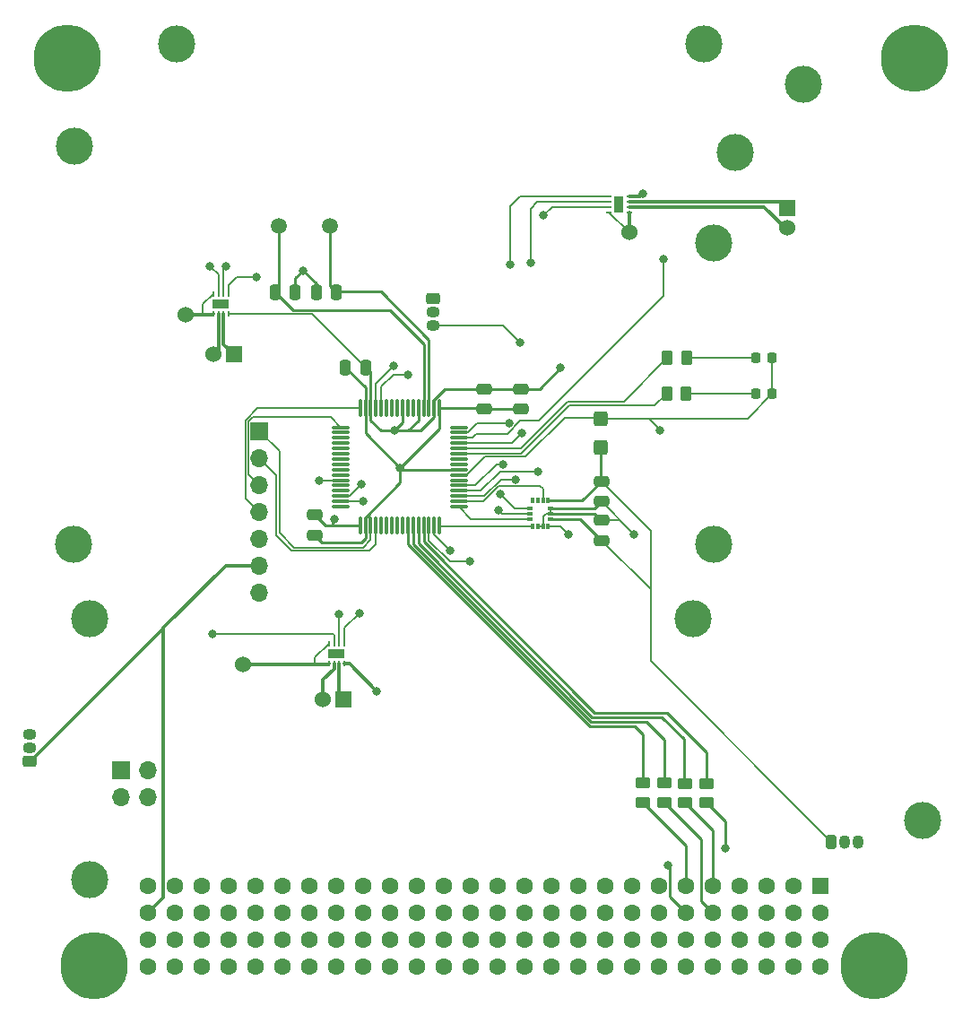
<source format=gbr>
%TF.GenerationSoftware,KiCad,Pcbnew,(6.0.1)*%
%TF.CreationDate,2022-03-12T11:24:15-03:00*%
%TF.ProjectId,magnetorquer_v2_2,6d61676e-6574-46f7-9271-7565725f7632,rev?*%
%TF.SameCoordinates,Original*%
%TF.FileFunction,Copper,L1,Top*%
%TF.FilePolarity,Positive*%
%FSLAX46Y46*%
G04 Gerber Fmt 4.6, Leading zero omitted, Abs format (unit mm)*
G04 Created by KiCad (PCBNEW (6.0.1)) date 2022-03-12 11:24:15*
%MOMM*%
%LPD*%
G01*
G04 APERTURE LIST*
G04 Aperture macros list*
%AMRoundRect*
0 Rectangle with rounded corners*
0 $1 Rounding radius*
0 $2 $3 $4 $5 $6 $7 $8 $9 X,Y pos of 4 corners*
0 Add a 4 corners polygon primitive as box body*
4,1,4,$2,$3,$4,$5,$6,$7,$8,$9,$2,$3,0*
0 Add four circle primitives for the rounded corners*
1,1,$1+$1,$2,$3*
1,1,$1+$1,$4,$5*
1,1,$1+$1,$6,$7*
1,1,$1+$1,$8,$9*
0 Add four rect primitives between the rounded corners*
20,1,$1+$1,$2,$3,$4,$5,0*
20,1,$1+$1,$4,$5,$6,$7,0*
20,1,$1+$1,$6,$7,$8,$9,0*
20,1,$1+$1,$8,$9,$2,$3,0*%
G04 Aperture macros list end*
%TA.AperFunction,SMDPad,CuDef*%
%ADD10R,0.280000X0.500000*%
%TD*%
%TA.AperFunction,SMDPad,CuDef*%
%ADD11R,1.600200X0.889000*%
%TD*%
%TA.AperFunction,SMDPad,CuDef*%
%ADD12RoundRect,0.250000X0.450000X-0.262500X0.450000X0.262500X-0.450000X0.262500X-0.450000X-0.262500X0*%
%TD*%
%TA.AperFunction,SMDPad,CuDef*%
%ADD13O,0.299999X1.799999*%
%TD*%
%TA.AperFunction,SMDPad,CuDef*%
%ADD14O,1.799999X0.299999*%
%TD*%
%TA.AperFunction,ComponentPad*%
%ADD15C,1.524000*%
%TD*%
%TA.AperFunction,ComponentPad*%
%ADD16R,1.524000X1.524000*%
%TD*%
%TA.AperFunction,SMDPad,CuDef*%
%ADD17RoundRect,0.250000X0.425000X-0.450000X0.425000X0.450000X-0.425000X0.450000X-0.425000X-0.450000X0*%
%TD*%
%TA.AperFunction,ComponentPad*%
%ADD18C,1.600000*%
%TD*%
%TA.AperFunction,ComponentPad*%
%ADD19R,1.600000X1.600000*%
%TD*%
%TA.AperFunction,ComponentPad*%
%ADD20C,6.350000*%
%TD*%
%TA.AperFunction,SMDPad,CuDef*%
%ADD21RoundRect,0.250000X-0.250000X-0.475000X0.250000X-0.475000X0.250000X0.475000X-0.250000X0.475000X0*%
%TD*%
%TA.AperFunction,SMDPad,CuDef*%
%ADD22RoundRect,0.250000X0.475000X-0.250000X0.475000X0.250000X-0.475000X0.250000X-0.475000X-0.250000X0*%
%TD*%
%TA.AperFunction,SMDPad,CuDef*%
%ADD23RoundRect,0.250000X-0.262500X-0.450000X0.262500X-0.450000X0.262500X0.450000X-0.262500X0.450000X0*%
%TD*%
%TA.AperFunction,ComponentPad*%
%ADD24C,1.500000*%
%TD*%
%TA.AperFunction,ComponentPad*%
%ADD25R,1.700000X1.700000*%
%TD*%
%TA.AperFunction,ComponentPad*%
%ADD26O,1.700000X1.700000*%
%TD*%
%TA.AperFunction,WasherPad*%
%ADD27C,3.500000*%
%TD*%
%TA.AperFunction,SMDPad,CuDef*%
%ADD28RoundRect,0.250000X0.250000X0.475000X-0.250000X0.475000X-0.250000X-0.475000X0.250000X-0.475000X0*%
%TD*%
%TA.AperFunction,SMDPad,CuDef*%
%ADD29RoundRect,0.218750X0.218750X0.256250X-0.218750X0.256250X-0.218750X-0.256250X0.218750X-0.256250X0*%
%TD*%
%TA.AperFunction,SMDPad,CuDef*%
%ADD30R,0.355600X0.558800*%
%TD*%
%TA.AperFunction,SMDPad,CuDef*%
%ADD31R,0.558800X0.355600*%
%TD*%
%TA.AperFunction,SMDPad,CuDef*%
%ADD32RoundRect,0.250000X-0.475000X0.250000X-0.475000X-0.250000X0.475000X-0.250000X0.475000X0.250000X0*%
%TD*%
%TA.AperFunction,SMDPad,CuDef*%
%ADD33R,0.500000X0.280000*%
%TD*%
%TA.AperFunction,SMDPad,CuDef*%
%ADD34R,0.889000X1.600200*%
%TD*%
%TA.AperFunction,ComponentPad*%
%ADD35RoundRect,0.249900X-0.275100X-0.400100X0.275100X-0.400100X0.275100X0.400100X-0.275100X0.400100X0*%
%TD*%
%TA.AperFunction,ComponentPad*%
%ADD36O,1.050000X1.300000*%
%TD*%
%TA.AperFunction,ComponentPad*%
%ADD37RoundRect,0.249900X0.400100X-0.275100X0.400100X0.275100X-0.400100X0.275100X-0.400100X-0.275100X0*%
%TD*%
%TA.AperFunction,ComponentPad*%
%ADD38O,1.300000X1.050000*%
%TD*%
%TA.AperFunction,ComponentPad*%
%ADD39RoundRect,0.249900X-0.400100X0.275100X-0.400100X-0.275100X0.400100X-0.275100X0.400100X0.275100X0*%
%TD*%
%TA.AperFunction,ViaPad*%
%ADD40C,0.800000*%
%TD*%
%TA.AperFunction,Conductor*%
%ADD41C,0.250000*%
%TD*%
%TA.AperFunction,Conductor*%
%ADD42C,0.127000*%
%TD*%
%TA.AperFunction,Conductor*%
%ADD43C,0.355600*%
%TD*%
G04 APERTURE END LIST*
D10*
%TO.P,U5,1,VM*%
%TO.N,DRV_VM*%
X122185999Y-119060001D03*
%TO.P,U5,2,OUT1*%
%TO.N,Net-(L2-Pad1)*%
X122686000Y-119060001D03*
%TO.P,U5,3,OUT2*%
%TO.N,Net-(L2-Pad2)*%
X123186000Y-119060001D03*
%TO.P,U5,4,GND*%
%TO.N,GND*%
X123686001Y-119060001D03*
%TO.P,U5,5,IN2*%
%TO.N,H2_IN2*%
X123686001Y-117159999D03*
%TO.P,U5,6,IN1*%
%TO.N,H2_IN1*%
X123186000Y-117159999D03*
%TO.P,U5,7,NSLEEP*%
%TO.N,nSLEEP*%
X122686000Y-117159999D03*
%TO.P,U5,8,VCC*%
%TO.N,DRV_VM*%
X122185999Y-117159999D03*
D11*
%TO.P,U5,9*%
%TO.N,N/C*%
X122936000Y-118110000D03*
%TD*%
D12*
%TO.P,R6,1*%
%TO.N,SPI-CS*%
X157861000Y-132179700D03*
%TO.P,R6,2*%
%TO.N,Net-(U1-Pad29)*%
X157861000Y-130354700D03*
%TD*%
%TO.P,R5,2*%
%TO.N,Net-(U1-Pad28)*%
X155854400Y-130354700D03*
%TO.P,R5,1*%
%TO.N,SPI-CLK*%
X155854400Y-132179700D03*
%TD*%
%TO.P,R4,1*%
%TO.N,SPI-MISO*%
X153873200Y-132154300D03*
%TO.P,R4,2*%
%TO.N,Net-(U1-Pad27)*%
X153873200Y-130329300D03*
%TD*%
%TO.P,R3,1*%
%TO.N,SPI-MOSI*%
X151866600Y-132154300D03*
%TO.P,R3,2*%
%TO.N,Net-(U1-Pad26)*%
X151866600Y-130329300D03*
%TD*%
D13*
%TO.P,U1,64,P4-2_UCA0SIMO_UCA0TXD_UCB1CLK_S5*%
%TO.N,BCLUART_TXD*%
X125155000Y-94932398D03*
%TO.P,U1,63,DVCC3*%
%TO.N,+3V3*%
X125655001Y-94932398D03*
%TO.P,U1,62,DVSS3*%
%TO.N,GND*%
X126155000Y-94932398D03*
%TO.P,U1,61,P4-7_UCB1SOMI_UCB1SCL_TA1-2_S6*%
%TO.N,H3_IN2*%
X126655002Y-94932398D03*
%TO.P,U1,60,P4-6_UCB1SIMO_UCB1SDA_TA1-1_S7*%
%TO.N,H3_IN1*%
X127155001Y-94932398D03*
%TO.P,U1,59,P4-5_UCB1CLK_TA1-0_S8*%
%TO.N,unconnected-(U1-Pad59)*%
X127655000Y-94932398D03*
%TO.P,U1,58,P4-4_UCB1STE_TA1CLK_S9*%
%TO.N,unconnected-(U1-Pad58)*%
X128155002Y-94932398D03*
%TO.P,U1,57,P5-7_UCA1STE_TB0CLK_S10*%
%TO.N,unconnected-(U1-Pad57)*%
X128655000Y-94932398D03*
%TO.P,U1,56,AVSS3*%
%TO.N,GND*%
X129155002Y-94932398D03*
%TO.P,U1,55,PJ-6_HFXIN*%
%TO.N,unconnected-(U1-Pad55)*%
X129655001Y-94932398D03*
%TO.P,U1,54,PJ-7_HFXOUT*%
%TO.N,unconnected-(U1-Pad54)*%
X130155000Y-94932398D03*
%TO.P,U1,53,AVSS2*%
%TO.N,GND*%
X130655002Y-94932398D03*
%TO.P,U1,52,PJ-5_LFXOUT*%
%TO.N,Net-(C1-Pad2)*%
X131155001Y-94932398D03*
%TO.P,U1,51,PJ-4_LFXIN*%
%TO.N,Net-(C2-Pad2)*%
X131655002Y-94932398D03*
%TO.P,U1,50,AVSS1*%
%TO.N,GND*%
X132155001Y-94932398D03*
%TO.P,U1,49,AVCC1*%
%TO.N,+3V3*%
X132655000Y-94932398D03*
D14*
%TO.P,U1,48,P9-7_A15_C15*%
%TO.N,unconnected-(U1-Pad48)*%
X134455002Y-96732397D03*
%TO.P,U1,47,P9-6_A14_C14*%
%TO.N,MAG_1*%
X134455002Y-97232399D03*
%TO.P,U1,46,P9-5_A13_C13*%
%TO.N,MAG_2*%
X134455002Y-97732398D03*
%TO.P,U1,45,P9-4_A12_C12*%
%TO.N,MAG_3*%
X134455002Y-98232399D03*
%TO.P,U1,44,P1-0_TA0-1_DMAE0_RTCCLK_A0_C0_VREF-_VEREF-*%
%TO.N,Net-(R1-Pad1)*%
X134455002Y-98732398D03*
%TO.P,U1,43,P1-1_TA0-2_TA1CLK_COUT_A1_C1_VREF+_VEREF+*%
%TO.N,Net-(R2-Pad1)*%
X134455002Y-99232397D03*
%TO.P,U1,42,P1-2_TA1-1_TA0CLK_COUT_A2_C2*%
%TO.N,unconnected-(U1-Pad42)*%
X134455002Y-99732399D03*
%TO.P,U1,41,P1-3_TA1-2_A3_C3*%
%TO.N,unconnected-(U1-Pad41)*%
X134455002Y-100232398D03*
%TO.P,U1,40,DVCC2*%
%TO.N,+3V3*%
X134455002Y-100732400D03*
%TO.P,U1,39,DVSS2*%
%TO.N,GND*%
X134455002Y-101232398D03*
%TO.P,U1,38,P7-4_SMCLK_S11*%
%TO.N,unconnected-(U1-Pad38)*%
X134455002Y-101732397D03*
%TO.P,U1,37,P7-3_TA0-2_S12*%
%TO.N,H1_IN2*%
X134455002Y-102232399D03*
%TO.P,U1,36,P7-2_TA0-1_S13*%
%TO.N,H1_IN1*%
X134455002Y-102732398D03*
%TO.P,U1,35,P7-1_TA0-0_S14*%
%TO.N,ATT_INT1*%
X134455002Y-103232400D03*
%TO.P,U1,34,P7-0_TA0CLK_S15*%
%TO.N,ATT_INT2*%
X134455002Y-103732399D03*
%TO.P,U1,33,P2-0_UCA0SIMO_UCA0TXD_TB0-6_TB0CLK_S16*%
%TO.N,ATT_SDI*%
X134455002Y-104232398D03*
D13*
%TO.P,U1,32,P2-1_UCA0SOMI_UCA0RXD_TB0-5_DMAE0_S17*%
%TO.N,ATT_SDO*%
X132655000Y-106032399D03*
%TO.P,U1,31,P2-2_UCA0CLK_TB0-4_RTCCLK_S18*%
%TO.N,ATT_SCL*%
X132155001Y-106032399D03*
%TO.P,U1,30,P2-3_UCA0STE_TB0OUTH_S19*%
%TO.N,ATT_CS*%
X131655002Y-106032399D03*
%TO.P,U1,29,P3-7_UCA1STE_TB0-3_S20*%
%TO.N,Net-(U1-Pad29)*%
X131155001Y-106032399D03*
%TO.P,U1,28,P3-6_UCA1CLK_TB0-2_S21*%
%TO.N,Net-(U1-Pad28)*%
X130655002Y-106032399D03*
%TO.P,U1,27,P3-5_UCA1SOMI_UCA1RXD_TB0-1_S22*%
%TO.N,Net-(U1-Pad27)*%
X130155000Y-106032399D03*
%TO.P,U1,26,P3-4_UCA1SIMO_UCA1TXD_TB0-0_S23*%
%TO.N,Net-(U1-Pad26)*%
X129655001Y-106032399D03*
%TO.P,U1,25,P3-3_TA1-1_TB0CLK_S24*%
%TO.N,unconnected-(U1-Pad25)*%
X129155002Y-106032399D03*
%TO.P,U1,24,PJ-3_TCK_COUT_SRCPUOFF*%
%TO.N,unconnected-(U1-Pad24)*%
X128655000Y-106032399D03*
%TO.P,U1,23,PJ-2_TMS_ACLK_SROSCOFF*%
%TO.N,unconnected-(U1-Pad23)*%
X128155002Y-106032399D03*
%TO.P,U1,22,PJ-1_TDI_TCLK_MCLK_SRSCG0*%
%TO.N,unconnected-(U1-Pad22)*%
X127655000Y-106032399D03*
%TO.P,U1,21,PJ-0_TDO_TB0OUTH_SMCLK_SRSCG1*%
%TO.N,unconnected-(U1-Pad21)*%
X127155001Y-106032399D03*
%TO.P,U1,20,RST_NMI_SBWTDIO_N*%
%TO.N,SBWTDIO*%
X126655002Y-106032399D03*
%TO.P,U1,19,TEST_SBWTCK*%
%TO.N,SBWTCK*%
X126155000Y-106032399D03*
%TO.P,U1,18,DVCC1*%
%TO.N,+3V3*%
X125655001Y-106032399D03*
%TO.P,U1,17,DVSS1*%
%TO.N,GND*%
X125155000Y-106032399D03*
D14*
%TO.P,U1,16,P3-2_UCB1SOMI_UCB1SCL_TA3-4_S25*%
%TO.N,unconnected-(U1-Pad16)*%
X123355001Y-104232398D03*
%TO.P,U1,15,P3-1_UCB1SIMO_UCB1SDA_TA3-3_S26*%
%TO.N,H2_IN1*%
X123355001Y-103732399D03*
%TO.P,U1,14,P3-0_UCB1CLK_TA3-2_S27*%
%TO.N,H2_IN2*%
X123355001Y-103232400D03*
%TO.P,U1,13,P6-6_TB0-2_COM3_S28*%
%TO.N,unconnected-(U1-Pad13)*%
X123355001Y-102732398D03*
%TO.P,U1,12,P6-5_TB0-1_COM2_S29*%
%TO.N,unconnected-(U1-Pad12)*%
X123355001Y-102232399D03*
%TO.P,U1,11,P6-4_TB0-0_COM1_S30*%
%TO.N,nSLEEP*%
X123355001Y-101732397D03*
%TO.P,U1,10,P6-3_COM0*%
%TO.N,unconnected-(U1-Pad10)*%
X123355001Y-101232398D03*
%TO.P,U1,9,P6-2_COUT_R03*%
%TO.N,unconnected-(U1-Pad9)*%
X123355001Y-100732400D03*
%TO.P,U1,8,P6-1_R13_LCDREF*%
%TO.N,unconnected-(U1-Pad8)*%
X123355001Y-100232398D03*
%TO.P,U1,7,P6-0_R23*%
%TO.N,unconnected-(U1-Pad7)*%
X123355001Y-99732399D03*
%TO.P,U1,6,R33_LCDCAP*%
%TO.N,unconnected-(U1-Pad6)*%
X123355001Y-99232397D03*
%TO.P,U1,5,P1-7_UCB0SOMI_UCB0SCL_TA0-2_S0*%
%TO.N,unconnected-(U1-Pad5)*%
X123355001Y-98732398D03*
%TO.P,U1,4,P1-6_UCB0SIMO_UCB0SDA_TA0-1_S1*%
%TO.N,unconnected-(U1-Pad4)*%
X123355001Y-98232399D03*
%TO.P,U1,3,P1-5_UCB0STE_UCA0CLK_TA0-0_S2*%
%TO.N,unconnected-(U1-Pad3)*%
X123355001Y-97732398D03*
%TO.P,U1,2,P1-4_UCB0CLK_UCA0STE_TA1-0_S3*%
%TO.N,unconnected-(U1-Pad2)*%
X123355001Y-97232399D03*
%TO.P,U1,1,P4-3_UCA0SOMI_UCA0RXD_UCB1STE_S4*%
%TO.N,BCLUART_RXD*%
X123355001Y-96732397D03*
%TD*%
D15*
%TO.P,,1,1*%
%TO.N,DRV_VM*%
X114122200Y-119126000D03*
%TD*%
%TO.P,L2,1,1*%
%TO.N,Net-(L2-Pad1)*%
X121666000Y-122428000D03*
D16*
%TO.P,L2,2,2*%
%TO.N,Net-(L2-Pad2)*%
X123571000Y-122428000D03*
%TD*%
D17*
%TO.P,C3,1*%
%TO.N,+3V3*%
X147878800Y-98606600D03*
%TO.P,C3,2*%
%TO.N,GND*%
X147878800Y-95906600D03*
%TD*%
D18*
%TO.P,U2,104,52*%
%TO.N,unconnected-(U2-Pad104)*%
X105105200Y-147619400D03*
%TO.P,U2,103,51*%
%TO.N,unconnected-(U2-Pad103)*%
X105105200Y-145079400D03*
%TO.P,U2,102,50*%
%TO.N,unconnected-(U2-Pad102)*%
X107645200Y-147619400D03*
%TO.P,U2,101,49*%
%TO.N,unconnected-(U2-Pad101)*%
X107645200Y-145079400D03*
%TO.P,U2,100,48*%
%TO.N,unconnected-(U2-Pad100)*%
X110185200Y-147619400D03*
%TO.P,U2,99,47*%
%TO.N,unconnected-(U2-Pad99)*%
X110185200Y-145079400D03*
%TO.P,U2,98,V_BAT-46*%
%TO.N,unconnected-(U2-Pad98)*%
X112725200Y-147619400D03*
%TO.P,U2,97,45-V_BAT*%
%TO.N,unconnected-(U2-Pad97)*%
X112725200Y-145079400D03*
%TO.P,U2,96,44*%
%TO.N,unconnected-(U2-Pad96)*%
X115265200Y-147619400D03*
%TO.P,U2,95,43*%
%TO.N,unconnected-(U2-Pad95)*%
X115265200Y-145079400D03*
%TO.P,U2,94,42*%
%TO.N,unconnected-(U2-Pad94)*%
X117805200Y-147619400D03*
%TO.P,U2,93,41*%
%TO.N,unconnected-(U2-Pad93)*%
X117805200Y-145079400D03*
%TO.P,U2,92,40*%
%TO.N,unconnected-(U2-Pad92)*%
X120345200Y-147619400D03*
%TO.P,U2,91,39*%
%TO.N,unconnected-(U2-Pad91)*%
X120345200Y-145079400D03*
%TO.P,U2,90,EPS_TX-38*%
%TO.N,unconnected-(U2-Pad90)*%
X122885200Y-147619400D03*
%TO.P,U2,89,37-TX2*%
%TO.N,unconnected-(U2-Pad89)*%
X122885200Y-145079400D03*
%TO.P,U2,88,EPS_RX-36*%
%TO.N,unconnected-(U2-Pad88)*%
X125425200Y-147619400D03*
%TO.P,U2,87,35-RX2*%
%TO.N,unconnected-(U2-Pad87)*%
X125425200Y-145079400D03*
%TO.P,U2,86,34*%
%TO.N,unconnected-(U2-Pad86)*%
X127965200Y-147619400D03*
%TO.P,U2,85,33*%
%TO.N,unconnected-(U2-Pad85)*%
X127965200Y-145079400D03*
%TO.P,U2,84,GND-32*%
%TO.N,GND*%
X130505200Y-147619400D03*
%TO.P,U2,83,31-AGND*%
%TO.N,unconnected-(U2-Pad83)*%
X130505200Y-145079400D03*
%TO.P,U2,82,GND-30*%
%TO.N,unconnected-(U2-Pad82)*%
X133045200Y-147619400D03*
%TO.P,U2,81,29-GND*%
%TO.N,unconnected-(U2-Pad81)*%
X133045200Y-145079400D03*
%TO.P,U2,80,3V3-28*%
%TO.N,unconnected-(U2-Pad80)*%
X135585200Y-147619400D03*
%TO.P,U2,79,27-3V3*%
%TO.N,unconnected-(U2-Pad79)*%
X135585200Y-145079400D03*
%TO.P,U2,78,5V0-26*%
%TO.N,unconnected-(U2-Pad78)*%
X138125200Y-147619400D03*
%TO.P,U2,77,25-5V0*%
%TO.N,unconnected-(U2-Pad77)*%
X138125200Y-145079400D03*
%TO.P,U2,76,24*%
%TO.N,unconnected-(U2-Pad76)*%
X140665200Y-147619400D03*
%TO.P,U2,75,23*%
%TO.N,unconnected-(U2-Pad75)*%
X140665200Y-145079400D03*
%TO.P,U2,74,22*%
%TO.N,unconnected-(U2-Pad74)*%
X143205200Y-147619400D03*
%TO.P,U2,73,21*%
%TO.N,unconnected-(U2-Pad73)*%
X143205200Y-145079400D03*
%TO.P,U2,72,20*%
%TO.N,unconnected-(U2-Pad72)*%
X145745200Y-147619400D03*
%TO.P,U2,71,19*%
%TO.N,unconnected-(U2-Pad71)*%
X145745200Y-145079400D03*
%TO.P,U2,70,18*%
%TO.N,unconnected-(U2-Pad70)*%
X148285200Y-147619400D03*
%TO.P,U2,69,17*%
%TO.N,unconnected-(U2-Pad69)*%
X148285200Y-145079400D03*
%TO.P,U2,68,16*%
%TO.N,unconnected-(U2-Pad68)*%
X150825200Y-147619400D03*
%TO.P,U2,67,15*%
%TO.N,unconnected-(U2-Pad67)*%
X150825200Y-145079400D03*
%TO.P,U2,66,14*%
%TO.N,unconnected-(U2-Pad66)*%
X153365200Y-147619400D03*
%TO.P,U2,65,13*%
%TO.N,unconnected-(U2-Pad65)*%
X153365200Y-145079400D03*
%TO.P,U2,64,12*%
%TO.N,unconnected-(U2-Pad64)*%
X155905200Y-147619400D03*
%TO.P,U2,63,11*%
%TO.N,unconnected-(U2-Pad63)*%
X155905200Y-145079400D03*
%TO.P,U2,62,10*%
%TO.N,unconnected-(U2-Pad62)*%
X158445200Y-147619400D03*
%TO.P,U2,61,09*%
%TO.N,unconnected-(U2-Pad61)*%
X158445200Y-145079400D03*
%TO.P,U2,60,08*%
%TO.N,unconnected-(U2-Pad60)*%
X160985200Y-147619400D03*
%TO.P,U2,59,07*%
%TO.N,unconnected-(U2-Pad59)*%
X160985200Y-145079400D03*
%TO.P,U2,58,06*%
%TO.N,unconnected-(U2-Pad58)*%
X163525200Y-147619400D03*
%TO.P,U2,57,05*%
%TO.N,unconnected-(U2-Pad57)*%
X163525200Y-145079400D03*
%TO.P,U2,56,04*%
%TO.N,unconnected-(U2-Pad56)*%
X166065200Y-147619400D03*
%TO.P,U2,55,03*%
%TO.N,unconnected-(U2-Pad55)*%
X166065200Y-145079400D03*
%TO.P,U2,54,02*%
%TO.N,unconnected-(U2-Pad54)*%
X168605200Y-147619400D03*
%TO.P,U2,53,01*%
%TO.N,unconnected-(U2-Pad53)*%
X168605200Y-145079400D03*
%TO.P,U2,52,OUT6_3V3-52*%
%TO.N,+3V3*%
X105105200Y-142539400D03*
%TO.P,U2,51,51-OUT3_5V0*%
%TO.N,+5V*%
X105105200Y-139999400D03*
%TO.P,U2,50,OUT5_3V3-50*%
%TO.N,unconnected-(U2-Pad50)*%
X107645200Y-142539400D03*
%TO.P,U2,49,49-OUT2_5V0*%
%TO.N,unconnected-(U2-Pad49)*%
X107645200Y-139999400D03*
%TO.P,U2,48,OUT4_3V3-48*%
%TO.N,unconnected-(U2-Pad48)*%
X110185200Y-142539400D03*
%TO.P,U2,47,47-OUT1_5V0*%
%TO.N,unconnected-(U2-Pad47)*%
X110185200Y-139999400D03*
%TO.P,U2,46,46*%
%TO.N,unconnected-(U2-Pad46)*%
X112725200Y-142539400D03*
%TO.P,U2,45,45*%
%TO.N,unconnected-(U2-Pad45)*%
X112725200Y-139999400D03*
%TO.P,U2,44,44*%
%TO.N,unconnected-(U2-Pad44)*%
X115265200Y-142539400D03*
%TO.P,U2,43,43-I2C-SCL*%
%TO.N,unconnected-(U2-Pad43)*%
X115265200Y-139999400D03*
%TO.P,U2,42,42*%
%TO.N,unconnected-(U2-Pad42)*%
X117805200Y-142539400D03*
%TO.P,U2,41,41-I2C-SDA*%
%TO.N,unconnected-(U2-Pad41)*%
X117805200Y-139999400D03*
%TO.P,U2,40,RXD-40*%
%TO.N,unconnected-(U2-Pad40)*%
X120345200Y-142539400D03*
%TO.P,U2,39,39-TXD*%
%TO.N,unconnected-(U2-Pad39)*%
X120345200Y-139999400D03*
%TO.P,U2,38,38*%
%TO.N,unconnected-(U2-Pad38)*%
X122885200Y-142539400D03*
%TO.P,U2,37,37*%
%TO.N,unconnected-(U2-Pad37)*%
X122885200Y-139999400D03*
%TO.P,U2,36,36*%
%TO.N,unconnected-(U2-Pad36)*%
X125425200Y-142539400D03*
%TO.P,U2,35,35*%
%TO.N,unconnected-(U2-Pad35)*%
X125425200Y-139999400D03*
%TO.P,U2,34,34*%
%TO.N,unconnected-(U2-Pad34)*%
X127965200Y-142539400D03*
%TO.P,U2,33,33*%
%TO.N,unconnected-(U2-Pad33)*%
X127965200Y-139999400D03*
%TO.P,U2,32,5V0_IN-32*%
%TO.N,unconnected-(U2-Pad32)*%
X130505200Y-142539400D03*
%TO.P,U2,31,31*%
%TO.N,unconnected-(U2-Pad31)*%
X130505200Y-139999400D03*
%TO.P,U2,30,30*%
%TO.N,unconnected-(U2-Pad30)*%
X133045200Y-142539400D03*
%TO.P,U2,29,29*%
%TO.N,unconnected-(U2-Pad29)*%
X133045200Y-139999400D03*
%TO.P,U2,28,28*%
%TO.N,unconnected-(U2-Pad28)*%
X135585200Y-142539400D03*
%TO.P,U2,27,27*%
%TO.N,unconnected-(U2-Pad27)*%
X135585200Y-139999400D03*
%TO.P,U2,26,26*%
%TO.N,unconnected-(U2-Pad26)*%
X138125200Y-142539400D03*
%TO.P,U2,25,25*%
%TO.N,unconnected-(U2-Pad25)*%
X138125200Y-139999400D03*
%TO.P,U2,24,24*%
%TO.N,unconnected-(U2-Pad24)*%
X140665200Y-142539400D03*
%TO.P,U2,23,23*%
%TO.N,unconnected-(U2-Pad23)*%
X140665200Y-139999400D03*
%TO.P,U2,22,22*%
%TO.N,unconnected-(U2-Pad22)*%
X143205200Y-142539400D03*
%TO.P,U2,21,21*%
%TO.N,unconnected-(U2-Pad21)*%
X143205200Y-139999400D03*
%TO.P,U2,20,TX-20*%
%TO.N,unconnected-(U2-Pad20)*%
X145745200Y-142539400D03*
%TO.P,U2,19,19-RX*%
%TO.N,unconnected-(U2-Pad19)*%
X145745200Y-139999400D03*
%TO.P,U2,18,18*%
%TO.N,unconnected-(U2-Pad18)*%
X148285200Y-142539400D03*
%TO.P,U2,17,17*%
%TO.N,unconnected-(U2-Pad17)*%
X148285200Y-139999400D03*
%TO.P,U2,16,16*%
%TO.N,unconnected-(U2-Pad16)*%
X150825200Y-142539400D03*
%TO.P,U2,15,15*%
%TO.N,unconnected-(U2-Pad15)*%
X150825200Y-139999400D03*
%TO.P,U2,14,14*%
%TO.N,unconnected-(U2-Pad14)*%
X153365200Y-142539400D03*
%TO.P,U2,13,13*%
%TO.N,unconnected-(U2-Pad13)*%
X153365200Y-139999400D03*
%TO.P,U2,12,12*%
%TO.N,SPI-CS*%
X155905200Y-142539400D03*
%TO.P,U2,11,11-I2C2_SCL*%
%TO.N,SPI-MOSI*%
X155905200Y-139999400D03*
%TO.P,U2,10,10*%
%TO.N,SPI-MISO*%
X158445200Y-142539400D03*
%TO.P,U2,9,09-I2C2_SDA*%
%TO.N,SPI-CLK*%
X158445200Y-139999400D03*
%TO.P,U2,8,08*%
%TO.N,unconnected-(U2-Pad8)*%
X160985200Y-142539400D03*
%TO.P,U2,7,07*%
%TO.N,unconnected-(U2-Pad7)*%
X160985200Y-139999400D03*
%TO.P,U2,6,06*%
%TO.N,unconnected-(U2-Pad6)*%
X163525200Y-142539400D03*
%TO.P,U2,5,05*%
%TO.N,unconnected-(U2-Pad5)*%
X163525200Y-139999400D03*
%TO.P,U2,4,04*%
%TO.N,unconnected-(U2-Pad4)*%
X166065200Y-142539400D03*
%TO.P,U2,3,03-CAN-H*%
%TO.N,unconnected-(U2-Pad3)*%
X166065200Y-139999400D03*
%TO.P,U2,2,02*%
%TO.N,unconnected-(U2-Pad2)*%
X168605200Y-142539400D03*
D19*
%TO.P,U2,1,01-CAN-L*%
%TO.N,unconnected-(U2-Pad1)*%
X168605200Y-139999400D03*
D20*
%TO.P,U2,*%
%TO.N,*%
X97485200Y-61869400D03*
X177495200Y-61869400D03*
X173685200Y-147599400D03*
X100025200Y-147599400D03*
%TD*%
D21*
%TO.P,C2,1*%
%TO.N,GND*%
X120995400Y-83972400D03*
%TO.P,C2,2*%
%TO.N,Net-(C2-Pad2)*%
X122895400Y-83972400D03*
%TD*%
%TO.P,C7,1*%
%TO.N,+3V3*%
X123764000Y-91059000D03*
%TO.P,C7,2*%
%TO.N,GND*%
X125664000Y-91059000D03*
%TD*%
D22*
%TO.P,C5,1*%
%TO.N,+3V3*%
X136906000Y-95006200D03*
%TO.P,C5,2*%
%TO.N,GND*%
X136906000Y-93106200D03*
%TD*%
D23*
%TO.P,R2,1*%
%TO.N,Net-(R2-Pad1)*%
X154129100Y-93548200D03*
%TO.P,R2,2*%
%TO.N,Net-(D2-Pad2)*%
X155954100Y-93548200D03*
%TD*%
D24*
%TO.P,Y1,1,1*%
%TO.N,Net-(C1-Pad2)*%
X117438000Y-77698600D03*
%TO.P,Y1,2,2*%
%TO.N,Net-(C2-Pad2)*%
X122318000Y-77698600D03*
%TD*%
D22*
%TO.P,C4,1*%
%TO.N,+3V3*%
X120853200Y-106893400D03*
%TO.P,C4,2*%
%TO.N,GND*%
X120853200Y-104993400D03*
%TD*%
D10*
%TO.P,U6,1,VM*%
%TO.N,DRV_VM*%
X111263999Y-86040001D03*
%TO.P,U6,2,OUT1*%
%TO.N,Net-(L3-Pad1)*%
X111764000Y-86040001D03*
%TO.P,U6,3,OUT2*%
%TO.N,Net-(L3-Pad2)*%
X112264000Y-86040001D03*
%TO.P,U6,4,GND*%
%TO.N,GND*%
X112764001Y-86040001D03*
%TO.P,U6,5,IN2*%
%TO.N,H3_IN2*%
X112764001Y-84139999D03*
%TO.P,U6,6,IN1*%
%TO.N,H3_IN1*%
X112264000Y-84139999D03*
%TO.P,U6,7,NSLEEP*%
%TO.N,nSLEEP*%
X111764000Y-84139999D03*
%TO.P,U6,8,VCC*%
%TO.N,DRV_VM*%
X111263999Y-84139999D03*
D11*
%TO.P,U6,9*%
%TO.N,N/C*%
X112014000Y-85090000D03*
%TD*%
D25*
%TO.P,J1,1,Pin_1*%
%TO.N,SBWTCK*%
X115620800Y-97099200D03*
D26*
%TO.P,J1,2,Pin_2*%
%TO.N,SBWTDIO*%
X115620800Y-99639200D03*
%TO.P,J1,3,Pin_3*%
%TO.N,BCLUART_RXD*%
X115620800Y-102179200D03*
%TO.P,J1,4,Pin_4*%
%TO.N,BCLUART_TXD*%
X115620800Y-104719200D03*
%TO.P,J1,5,Pin_5*%
%TO.N,unconnected-(J1-Pad5)*%
X115620800Y-107259200D03*
%TO.P,J1,6,Pin_6*%
%TO.N,+3V3*%
X115620800Y-109799200D03*
%TO.P,J1,7,Pin_7*%
%TO.N,GND*%
X115620800Y-112339200D03*
%TD*%
D22*
%TO.P,C6,1*%
%TO.N,+3V3*%
X140335000Y-95006200D03*
%TO.P,C6,2*%
%TO.N,GND*%
X140335000Y-93106200D03*
%TD*%
D23*
%TO.P,R1,1*%
%TO.N,Net-(R1-Pad1)*%
X154154500Y-90195400D03*
%TO.P,R1,2*%
%TO.N,Net-(D1-Pad2)*%
X155979500Y-90195400D03*
%TD*%
D27*
%TO.P,REF\u002A\u002A,*%
%TO.N,*%
X107804400Y-60548800D03*
X99607400Y-139473800D03*
X160547400Y-70816800D03*
X99607400Y-114773800D03*
X158567400Y-107743800D03*
X98082400Y-107773800D03*
X178277400Y-133816800D03*
X98147400Y-70201800D03*
X167047400Y-64316800D03*
X156577400Y-114773800D03*
X157596400Y-60520800D03*
X158567400Y-79319800D03*
%TD*%
D28*
%TO.P,C1,1*%
%TO.N,GND*%
X119034600Y-83972400D03*
%TO.P,C1,2*%
%TO.N,Net-(C1-Pad2)*%
X117134600Y-83972400D03*
%TD*%
D29*
%TO.P,D2,1,K*%
%TO.N,GND*%
X164084100Y-93548200D03*
%TO.P,D2,2,A*%
%TO.N,Net-(D2-Pad2)*%
X162509100Y-93548200D03*
%TD*%
%TO.P,D1,1,K*%
%TO.N,GND*%
X164084100Y-90195400D03*
%TO.P,D1,2,A*%
%TO.N,Net-(D1-Pad2)*%
X162509100Y-90195400D03*
%TD*%
D30*
%TO.P,U3,1,SDO/SA0*%
%TO.N,ATT_SDO*%
X141413611Y-106095800D03*
%TO.P,U3,2,SDx*%
%TO.N,GND*%
X141913737Y-106095800D03*
%TO.P,U3,3,SCx*%
X142413863Y-106095800D03*
%TO.P,U3,4,INT1*%
%TO.N,ATT_INT1*%
X142913989Y-106095800D03*
D31*
%TO.P,U3,5,VDDIO*%
%TO.N,+3V3*%
X143129000Y-105376726D03*
%TO.P,U3,6,GND*%
%TO.N,GND*%
X143129000Y-104876600D03*
%TO.P,U3,7,GND*%
X143129000Y-104376474D03*
D30*
%TO.P,U3,8,VDD*%
%TO.N,+3V3*%
X142913989Y-103657400D03*
%TO.P,U3,9,INT2*%
%TO.N,ATT_INT2*%
X142413863Y-103657400D03*
%TO.P,U3,10,NC*%
%TO.N,unconnected-(U3-Pad10)*%
X141913737Y-103657400D03*
%TO.P,U3,11,NC*%
%TO.N,unconnected-(U3-Pad11)*%
X141413611Y-103657400D03*
D31*
%TO.P,U3,12,CS*%
%TO.N,ATT_CS*%
X141198600Y-104376474D03*
%TO.P,U3,13,SCL*%
%TO.N,ATT_SCL*%
X141198600Y-104876600D03*
%TO.P,U3,14,SDA*%
%TO.N,ATT_SDI*%
X141198600Y-105376726D03*
%TD*%
D15*
%TO.P,,1,1*%
%TO.N,DRV_VM*%
X108712000Y-86106000D03*
%TD*%
%TO.P,L3,1,1*%
%TO.N,Net-(L3-Pad1)*%
X111315500Y-89816000D03*
D16*
%TO.P,L3,2,2*%
%TO.N,Net-(L3-Pad2)*%
X113220500Y-89816000D03*
%TD*%
D15*
%TO.P,,1,1*%
%TO.N,DRV_VM*%
X150545800Y-78333600D03*
%TD*%
D22*
%TO.P,C9,1*%
%TO.N,+3V3*%
X147943800Y-107416600D03*
%TO.P,C9,2*%
%TO.N,GND*%
X147943800Y-105516600D03*
%TD*%
D32*
%TO.P,C8,1*%
%TO.N,+3V3*%
X147933800Y-101836600D03*
%TO.P,C8,2*%
%TO.N,GND*%
X147933800Y-103736600D03*
%TD*%
D15*
%TO.P,L1,1,1*%
%TO.N,Net-(L1-Pad1)*%
X165508000Y-77914500D03*
D16*
%TO.P,L1,2,2*%
%TO.N,Net-(L1-Pad2)*%
X165508000Y-76009500D03*
%TD*%
D33*
%TO.P,U4,1,VM*%
%TO.N,DRV_VM*%
X150556001Y-76442001D03*
%TO.P,U4,2,OUT1*%
%TO.N,Net-(L1-Pad1)*%
X150556001Y-75942000D03*
%TO.P,U4,3,OUT2*%
%TO.N,Net-(L1-Pad2)*%
X150556001Y-75442000D03*
%TO.P,U4,4,GND*%
%TO.N,GND*%
X150556001Y-74941999D03*
%TO.P,U4,5,IN2*%
%TO.N,H1_IN2*%
X148655999Y-74941999D03*
%TO.P,U4,6,IN1*%
%TO.N,H1_IN1*%
X148655999Y-75442000D03*
%TO.P,U4,7,NSLEEP*%
%TO.N,nSLEEP*%
X148655999Y-75942000D03*
%TO.P,U4,8,VCC*%
%TO.N,DRV_VM*%
X148655999Y-76442001D03*
D34*
%TO.P,U4,9*%
%TO.N,N/C*%
X149606000Y-75692000D03*
%TD*%
D25*
%TO.P,J2,1,Pin_1*%
%TO.N,DRV_VM*%
X102560200Y-129154000D03*
D26*
%TO.P,J2,2,Pin_2*%
X105100200Y-129154000D03*
%TO.P,J2,3,Pin_3*%
%TO.N,+3V3*%
X102560200Y-131694000D03*
%TO.P,J2,4,Pin_4*%
%TO.N,+5V*%
X105100200Y-131694000D03*
%TD*%
D35*
%TO.P,IC1,1,VCC*%
%TO.N,+3V3*%
X169672000Y-135890000D03*
D36*
%TO.P,IC1,2,GND*%
%TO.N,GND*%
X170942000Y-135890000D03*
%TO.P,IC1,3,OUTPUT*%
%TO.N,MAG_1*%
X172212000Y-135890000D03*
%TD*%
D37*
%TO.P,IC2,1,VCC*%
%TO.N,+3V3*%
X93980000Y-128270000D03*
D38*
%TO.P,IC2,2,GND*%
%TO.N,GND*%
X93980000Y-127000000D03*
%TO.P,IC2,3,OUTPUT*%
%TO.N,MAG_2*%
X93980000Y-125730000D03*
%TD*%
D39*
%TO.P,IC3,1,VCC*%
%TO.N,+3V3*%
X132080000Y-84582000D03*
D38*
%TO.P,IC3,2,GND*%
%TO.N,GND*%
X132080000Y-85852000D03*
%TO.P,IC3,3,OUTPUT*%
%TO.N,MAG_3*%
X132080000Y-87122000D03*
%TD*%
D40*
%TO.N,GND*%
X122707400Y-105384600D03*
%TO.N,H2_IN2*%
X125069600Y-114274600D03*
%TO.N,H2_IN1*%
X123190000Y-114350800D03*
X125401001Y-103732399D03*
%TO.N,H2_IN2*%
X125298200Y-102082600D03*
%TO.N,SPI-CS*%
X159613600Y-136474200D03*
X154228800Y-138099800D03*
%TO.N,GND*%
X153441400Y-97002600D03*
X144094200Y-91109800D03*
X151028400Y-106857800D03*
%TO.N,MAG_2*%
X153822400Y-80873600D03*
%TO.N,MAG_3*%
X140258800Y-88722200D03*
X140436600Y-97256600D03*
%TO.N,MAG_1*%
X139217400Y-96316800D03*
%TO.N,nSLEEP*%
X121315797Y-101732397D03*
X111201200Y-116205000D03*
%TO.N,H1_IN1*%
X141935200Y-100939600D03*
%TO.N,H1_IN2*%
X138607800Y-100228400D03*
%TO.N,H1_IN1*%
X141249400Y-81153000D03*
%TO.N,H1_IN2*%
X139319000Y-81356200D03*
%TO.N,GND*%
X151892000Y-74676000D03*
X128397000Y-97028000D03*
X126746000Y-121666000D03*
X119761000Y-81915000D03*
%TO.N,ATT_SCL*%
X138201400Y-104546400D03*
X133680200Y-108407200D03*
%TO.N,ATT_CS*%
X135483600Y-109423200D03*
X138430000Y-103047800D03*
%TO.N,ATT_INT1*%
X144818100Y-106870500D03*
X139827000Y-101650800D03*
%TO.N,nSLEEP*%
X142494000Y-76708000D03*
X110998000Y-81534000D03*
%TO.N,H3_IN2*%
X128295400Y-90957400D03*
X115392200Y-82550000D03*
%TO.N,H3_IN1*%
X129667000Y-91744800D03*
X112522000Y-81534000D03*
%TO.N,+3V3*%
X128930400Y-100584000D03*
%TD*%
D41*
%TO.N,GND*%
X122593001Y-105498999D02*
X122707400Y-105384600D01*
X122593001Y-106032399D02*
X122593001Y-105498999D01*
X122593001Y-106032399D02*
X125155000Y-106032399D01*
X121892199Y-106032399D02*
X122593001Y-106032399D01*
X120853200Y-104993400D02*
X121892199Y-106032399D01*
D42*
%TO.N,H2_IN2*%
X123686001Y-115658199D02*
X125069600Y-114274600D01*
X123686001Y-117159999D02*
X123686001Y-115658199D01*
%TO.N,H2_IN1*%
X123186000Y-114354800D02*
X123186000Y-117159999D01*
X123190000Y-114350800D02*
X123186000Y-114354800D01*
X123355001Y-103732399D02*
X125401001Y-103732399D01*
%TO.N,H2_IN2*%
X124148400Y-103232400D02*
X125298200Y-102082600D01*
X123355001Y-103232400D02*
X124148400Y-103232400D01*
D41*
%TO.N,SPI-CS*%
X159613600Y-133932300D02*
X157861000Y-132179700D01*
X159613600Y-136474200D02*
X159613600Y-133932300D01*
X154416711Y-138287711D02*
X154228800Y-138099800D01*
X154416711Y-141050911D02*
X154416711Y-138287711D01*
X155905200Y-142539400D02*
X154416711Y-141050911D01*
%TO.N,SPI-CLK*%
X158445200Y-134770500D02*
X158445200Y-139999400D01*
X155854400Y-132179700D02*
X158445200Y-134770500D01*
%TO.N,SPI-MISO*%
X153873200Y-132154300D02*
X157393689Y-135674789D01*
X157393689Y-135674789D02*
X157393689Y-141487889D01*
X157393689Y-141487889D02*
X158445200Y-142539400D01*
%TO.N,SPI-MOSI*%
X155905200Y-136192900D02*
X155905200Y-139999400D01*
X151866600Y-132154300D02*
X155905200Y-136192900D01*
%TO.N,Net-(U1-Pad27)*%
X152171400Y-124536200D02*
X153873200Y-126238000D01*
X130155000Y-107752200D02*
X146939000Y-124536200D01*
X130155000Y-106032399D02*
X130155000Y-107752200D01*
X146939000Y-124536200D02*
X152171400Y-124536200D01*
X153873200Y-126238000D02*
X153873200Y-130329300D01*
%TO.N,Net-(U1-Pad26)*%
X151866600Y-125755400D02*
X151866600Y-130329300D01*
X146863720Y-124993400D02*
X151104600Y-124993400D01*
X151104600Y-124993400D02*
X151866600Y-125755400D01*
X129655001Y-107784681D02*
X146863720Y-124993400D01*
X129655001Y-106032399D02*
X129655001Y-107784681D01*
%TO.N,Net-(U1-Pad28)*%
X155727400Y-126161800D02*
X155727400Y-130227700D01*
X155727400Y-130227700D02*
X155854400Y-130354700D01*
X147015200Y-124079000D02*
X153644600Y-124079000D01*
X153644600Y-124079000D02*
X155727400Y-126161800D01*
X130655002Y-107718802D02*
X147015200Y-124079000D01*
X130655002Y-106032399D02*
X130655002Y-107718802D01*
%TO.N,Net-(U1-Pad29)*%
X154127200Y-123672600D02*
X157861000Y-127406400D01*
X147269200Y-123672600D02*
X154127200Y-123672600D01*
X157861000Y-127406400D02*
X157861000Y-130354700D01*
X131155001Y-107558401D02*
X147269200Y-123672600D01*
X131155001Y-106032399D02*
X131155001Y-107558401D01*
D42*
%TO.N,ATT_CS*%
X133654800Y-109423200D02*
X135483600Y-109423200D01*
X131655002Y-107423402D02*
X133654800Y-109423200D01*
X131655002Y-106032399D02*
X131655002Y-107423402D01*
%TO.N,GND*%
X153441400Y-96901000D02*
X153441400Y-97002600D01*
X152447000Y-95906600D02*
X153441400Y-96901000D01*
X152447000Y-95906600D02*
X161725700Y-95906600D01*
X147878800Y-95906600D02*
X152447000Y-95906600D01*
D41*
X142097800Y-93106200D02*
X144094200Y-91109800D01*
X140335000Y-93106200D02*
X142097800Y-93106200D01*
D42*
X149687200Y-105516600D02*
X151028400Y-106857800D01*
X147943800Y-105516600D02*
X149687200Y-105516600D01*
X151028400Y-106831200D02*
X151028400Y-106857800D01*
X147933800Y-103736600D02*
X151028400Y-106831200D01*
%TO.N,+3V3*%
X152577800Y-106480600D02*
X147933800Y-101836600D01*
X152577800Y-112050600D02*
X152577800Y-106480600D01*
X152577800Y-118795800D02*
X152577800Y-112050600D01*
X169672000Y-135890000D02*
X152577800Y-118795800D01*
X152577800Y-112050600D02*
X147943800Y-107416600D01*
%TO.N,MAG_2*%
X153822400Y-84353400D02*
X153822400Y-80873600D01*
X142062200Y-96113600D02*
X153822400Y-84353400D01*
X140255003Y-96113600D02*
X142062200Y-96113600D01*
X139035803Y-97332800D02*
X140255003Y-96113600D01*
X137185400Y-97332800D02*
X139035803Y-97332800D01*
D41*
%TO.N,+3V3*%
X147878800Y-101781600D02*
X147933800Y-101836600D01*
X147878800Y-98606600D02*
X147878800Y-101781600D01*
D42*
%TO.N,GND*%
X161725700Y-95906600D02*
X164084100Y-93548200D01*
D43*
%TO.N,+3V3*%
X112450800Y-109799200D02*
X115620800Y-109799200D01*
X106593689Y-115656311D02*
X112450800Y-109799200D01*
D42*
%TO.N,MAG_2*%
X136144000Y-97332800D02*
X137185400Y-97332800D01*
X135991600Y-97485200D02*
X136144000Y-97332800D01*
X135744402Y-97732398D02*
X135991600Y-97485200D01*
X134455002Y-97732398D02*
X135744402Y-97732398D01*
%TO.N,MAG_3*%
X140258800Y-88722200D02*
X138658600Y-87122000D01*
X138658600Y-87122000D02*
X132080000Y-87122000D01*
X139460801Y-98232399D02*
X140436600Y-97256600D01*
X134455002Y-98232399D02*
X139460801Y-98232399D01*
%TO.N,MAG_1*%
X135304601Y-97232399D02*
X136220200Y-96316800D01*
X134455002Y-97232399D02*
X135304601Y-97232399D01*
X136220200Y-96316800D02*
X139217400Y-96316800D01*
%TO.N,nSLEEP*%
X123355001Y-101732397D02*
X121315797Y-101732397D01*
X122529600Y-116205000D02*
X111201200Y-116205000D01*
X122686000Y-116361400D02*
X122529600Y-116205000D01*
X122686000Y-117159999D02*
X122686000Y-116361400D01*
%TO.N,GND*%
X147806400Y-95834200D02*
X147878800Y-95906600D01*
X144449800Y-95834200D02*
X147806400Y-95834200D01*
X140798083Y-99485917D02*
X144449800Y-95834200D01*
X135205002Y-101232398D02*
X136951483Y-99485917D01*
X136951483Y-99485917D02*
X140798083Y-99485917D01*
X134455002Y-101232398D02*
X135205002Y-101232398D01*
%TO.N,H1_IN2*%
X138049000Y-100228400D02*
X138607800Y-100228400D01*
X136045001Y-102232399D02*
X138049000Y-100228400D01*
%TO.N,H1_IN1*%
X138353800Y-100939600D02*
X141935200Y-100939600D01*
X136561002Y-102732398D02*
X138353800Y-100939600D01*
X141249400Y-79476600D02*
X141249400Y-81153000D01*
%TO.N,H1_IN2*%
X139319000Y-80314800D02*
X139319000Y-81356200D01*
X139319000Y-75869800D02*
X139319000Y-80314800D01*
%TO.N,H1_IN1*%
X141249400Y-76073000D02*
X141249400Y-79476600D01*
%TO.N,H1_IN2*%
X134455002Y-102232399D02*
X136045001Y-102232399D01*
%TO.N,H1_IN1*%
X134455002Y-102732398D02*
X136561002Y-102732398D01*
%TO.N,H1_IN2*%
X140246801Y-74941999D02*
X139319000Y-75869800D01*
X148655999Y-74941999D02*
X140246801Y-74941999D01*
%TO.N,H1_IN1*%
X141880400Y-75442000D02*
X141249400Y-76073000D01*
X148655999Y-75442000D02*
X141880400Y-75442000D01*
%TO.N,GND*%
X164084100Y-90195400D02*
X164084100Y-93548200D01*
%TO.N,Net-(D1-Pad2)*%
X155979500Y-90195400D02*
X162509100Y-90195400D01*
%TO.N,Net-(D2-Pad2)*%
X155954100Y-93548200D02*
X162509100Y-93548200D01*
%TO.N,Net-(R2-Pad1)*%
X140340403Y-99232397D02*
X134455002Y-99232397D01*
X152986100Y-94691200D02*
X144881600Y-94691200D01*
X154129100Y-93548200D02*
X152986100Y-94691200D01*
X144881600Y-94691200D02*
X140340403Y-99232397D01*
%TO.N,Net-(R1-Pad1)*%
X144748620Y-94316180D02*
X140332402Y-98732398D01*
X140332402Y-98732398D02*
X134455002Y-98732398D01*
X150033720Y-94316180D02*
X144748620Y-94316180D01*
X154154500Y-90195400D02*
X150033720Y-94316180D01*
%TO.N,GND*%
X120645001Y-86040001D02*
X125664000Y-91059000D01*
X112764001Y-86040001D02*
X120645001Y-86040001D01*
X141913737Y-106095800D02*
X142413863Y-106095800D01*
D41*
X119761000Y-81915000D02*
X120995400Y-83149400D01*
X147303800Y-104876600D02*
X143129000Y-104876600D01*
X126155000Y-91407800D02*
X126155000Y-94932398D01*
X119034600Y-83972400D02*
X119034600Y-82641400D01*
X140335000Y-93106200D02*
X136906000Y-93106200D01*
X129155002Y-94932398D02*
X129155002Y-96269998D01*
X119034600Y-82641400D02*
X119761000Y-81915000D01*
D42*
X142722600Y-104876600D02*
X142413863Y-105185337D01*
D41*
X147293926Y-104376474D02*
X143129000Y-104376474D01*
X136906000Y-93106200D02*
X133163365Y-93106200D01*
D42*
X142413863Y-105185337D02*
X142413863Y-106095800D01*
D43*
X150556001Y-74941999D02*
X151626001Y-74941999D01*
D41*
X126155000Y-96082397D02*
X127100603Y-97028000D01*
X147943800Y-105516600D02*
X147303800Y-104876600D01*
D43*
X123686001Y-119060001D02*
X124140001Y-119060001D01*
D41*
X127100603Y-97028000D02*
X128397000Y-97028000D01*
X129155002Y-96269998D02*
X128397000Y-97028000D01*
X126155000Y-94932398D02*
X126155000Y-96082397D01*
D43*
X124140001Y-119060001D02*
X126746000Y-121666000D01*
D41*
X132155001Y-94114564D02*
X132155001Y-94932398D01*
X129709399Y-97028000D02*
X130655002Y-96082397D01*
X132155001Y-95750232D02*
X132155001Y-94932398D01*
X128397000Y-97028000D02*
X129709399Y-97028000D01*
D43*
X151626001Y-74941999D02*
X151892000Y-74676000D01*
D41*
X130877233Y-97028000D02*
X132155001Y-95750232D01*
X133163365Y-93106200D02*
X132155001Y-94114564D01*
D42*
X143129000Y-104876600D02*
X142722600Y-104876600D01*
D41*
X130655002Y-96082397D02*
X130655002Y-94932398D01*
X120995400Y-83149400D02*
X120995400Y-83972400D01*
X125806200Y-91059000D02*
X126155000Y-91407800D01*
D42*
X143129000Y-104376474D02*
X143129000Y-104876600D01*
D41*
X125664000Y-91059000D02*
X125806200Y-91059000D01*
X147933800Y-103736600D02*
X147293926Y-104376474D01*
X128397000Y-97028000D02*
X130877233Y-97028000D01*
%TO.N,Net-(C1-Pad2)*%
X117134600Y-83972400D02*
X117438000Y-83669000D01*
X117438000Y-83669000D02*
X117438000Y-77698600D01*
X127990600Y-85699600D02*
X131155001Y-88864001D01*
X131155001Y-88864001D02*
X131155001Y-93917602D01*
X117134600Y-83972400D02*
X118861800Y-85699600D01*
X131155001Y-93917602D02*
X131155001Y-94932398D01*
X118861800Y-85699600D02*
X127990600Y-85699600D01*
%TO.N,Net-(C2-Pad2)*%
X122895400Y-83972400D02*
X122318000Y-83395000D01*
X127127000Y-83921600D02*
X122946200Y-83921600D01*
X122318000Y-83395000D02*
X122318000Y-77698600D01*
X127127000Y-83921600D02*
X131655002Y-88449602D01*
X131655002Y-88449602D02*
X131655002Y-94932398D01*
X122946200Y-83921600D02*
X122895400Y-83972400D01*
D42*
%TO.N,SBWTCK*%
X126155000Y-107372600D02*
X126155000Y-106032399D01*
X117525800Y-106654600D02*
X118948200Y-108077000D01*
X125450600Y-108077000D02*
X126155000Y-107372600D01*
X117525800Y-99004200D02*
X117525800Y-106654600D01*
X118948200Y-108077000D02*
X125450600Y-108077000D01*
X115620800Y-97099200D02*
X117525800Y-99004200D01*
%TO.N,SBWTDIO*%
X117221000Y-101239400D02*
X117221000Y-106934000D01*
X126655002Y-107786998D02*
X126655002Y-106032399D01*
X126060200Y-108381800D02*
X126655002Y-107786998D01*
X117221000Y-106934000D02*
X118668800Y-108381800D01*
X118668800Y-108381800D02*
X126060200Y-108381800D01*
X115620800Y-99639200D02*
X117221000Y-101239400D01*
%TO.N,BCLUART_TXD*%
X115620800Y-104719200D02*
X114327269Y-103425669D01*
X114327269Y-103425669D02*
X114327269Y-96057999D01*
X115452870Y-94932398D02*
X125155000Y-94932398D01*
X114327269Y-96057999D02*
X115452870Y-94932398D01*
%TO.N,BCLUART_RXD*%
X122380604Y-95758000D02*
X123355001Y-96732397D01*
X114580789Y-96163011D02*
X114985800Y-95758000D01*
X114580789Y-101139189D02*
X114580789Y-96163011D01*
X115620800Y-102179200D02*
X114580789Y-101139189D01*
X114985800Y-95758000D02*
X122380604Y-95758000D01*
%TO.N,ATT_SDI*%
X141198600Y-105376726D02*
X135599330Y-105376726D01*
X135599330Y-105376726D02*
X134455002Y-104232398D01*
%TO.N,ATT_SDO*%
X132718401Y-106095800D02*
X132655000Y-106032399D01*
X141413611Y-106095800D02*
X132718401Y-106095800D01*
%TO.N,ATT_SCL*%
X133680200Y-108407200D02*
X132155001Y-106882001D01*
X132155001Y-106882001D02*
X132155001Y-106032399D01*
X141198600Y-104876600D02*
X138531600Y-104876600D01*
X138531600Y-104876600D02*
X138201400Y-104546400D01*
%TO.N,ATT_CS*%
X141198600Y-104376474D02*
X139758674Y-104376474D01*
X139758674Y-104376474D02*
X138430000Y-103047800D01*
%TO.N,ATT_INT2*%
X142113000Y-102260400D02*
X138252200Y-102260400D01*
X136780201Y-103732399D02*
X134455002Y-103732399D01*
X138252200Y-102260400D02*
X136780201Y-103732399D01*
X142413863Y-103657400D02*
X142413863Y-102561263D01*
X142413863Y-102561263D02*
X142113000Y-102260400D01*
%TO.N,ATT_INT1*%
X142913989Y-106095800D02*
X144043400Y-106095800D01*
X139827000Y-101650800D02*
X138480800Y-101650800D01*
X144043400Y-106095800D02*
X144818100Y-106870500D01*
X136899200Y-103232400D02*
X134455002Y-103232400D01*
X138480800Y-101650800D02*
X136899200Y-103232400D01*
%TO.N,nSLEEP*%
X110998000Y-81534000D02*
X111764000Y-82300000D01*
X143260000Y-75942000D02*
X148655999Y-75942000D01*
X142494000Y-76708000D02*
X143260000Y-75942000D01*
X111764000Y-82300000D02*
X111764000Y-84139999D01*
%TO.N,H3_IN2*%
X126655002Y-94932398D02*
X126655002Y-92597798D01*
X126655002Y-92597798D02*
X128295400Y-90957400D01*
X113538000Y-82550000D02*
X112764001Y-83323999D01*
X112764001Y-84139999D02*
X112764001Y-83323999D01*
X115392200Y-82550000D02*
X113538000Y-82550000D01*
%TO.N,H3_IN1*%
X127155001Y-92910599D02*
X127155001Y-94932398D01*
X112264000Y-81792000D02*
X112522000Y-81534000D01*
X112264000Y-84139999D02*
X112264000Y-81792000D01*
X128320800Y-91744800D02*
X127155001Y-92910599D01*
X129667000Y-91744800D02*
X128320800Y-91744800D01*
D43*
%TO.N,Net-(L1-Pad1)*%
X165280378Y-77914500D02*
X165508000Y-77914500D01*
X163307878Y-75942000D02*
X165280378Y-77914500D01*
X150556001Y-75942000D02*
X163307878Y-75942000D01*
%TO.N,Net-(L1-Pad2)*%
X164940500Y-75442000D02*
X165508000Y-76009500D01*
X150556001Y-75442000D02*
X164940500Y-75442000D01*
%TO.N,Net-(L2-Pad1)*%
X122686000Y-119558622D02*
X122686000Y-119060001D01*
X121666000Y-120578622D02*
X122686000Y-119558622D01*
X121666000Y-122428000D02*
X121666000Y-120578622D01*
%TO.N,Net-(L2-Pad2)*%
X123186000Y-122043000D02*
X123571000Y-122428000D01*
X123186000Y-119060001D02*
X123186000Y-122043000D01*
%TO.N,Net-(L3-Pad1)*%
X111764000Y-89367500D02*
X111315500Y-89816000D01*
X111764000Y-86040001D02*
X111764000Y-89367500D01*
%TO.N,Net-(L3-Pad2)*%
X112264000Y-86040001D02*
X112264000Y-88859500D01*
X112264000Y-88859500D02*
X113220500Y-89816000D01*
%TO.N,DRV_VM*%
X150556001Y-78323399D02*
X150545800Y-78333600D01*
X150556001Y-76442001D02*
X150556001Y-78323399D01*
X108712000Y-86106000D02*
X110286800Y-86106000D01*
D42*
X111263999Y-84139999D02*
X110286800Y-85117198D01*
X148655999Y-76442001D02*
X148655999Y-76443799D01*
X110286800Y-85117198D02*
X110286800Y-86106000D01*
D43*
X110286800Y-86106000D02*
X111198000Y-86106000D01*
D42*
X120878600Y-118467398D02*
X120878600Y-119126000D01*
X122185999Y-117159999D02*
X120878600Y-118467398D01*
D43*
X114122200Y-119126000D02*
X120878600Y-119126000D01*
X120878600Y-119126000D02*
X122120000Y-119126000D01*
D42*
X148655999Y-76443799D02*
X150545800Y-78333600D01*
D43*
X122120000Y-119126000D02*
X122185999Y-119060001D01*
X111198000Y-86106000D02*
X111263999Y-86040001D01*
D41*
%TO.N,+3V3*%
X125242999Y-107594400D02*
X125655001Y-107182398D01*
D42*
X147843800Y-101746600D02*
X147933800Y-101836600D01*
D41*
X132655000Y-96859400D02*
X132655000Y-94932398D01*
X128930400Y-100584000D02*
X129078800Y-100732400D01*
X128930400Y-100584000D02*
X125655001Y-97308601D01*
X125655001Y-105214565D02*
X125655001Y-106032399D01*
X136906000Y-95006200D02*
X136832198Y-94932398D01*
D43*
X106540889Y-141103711D02*
X105105200Y-142539400D01*
D41*
X140335000Y-95006200D02*
X136906000Y-95006200D01*
X121554200Y-107594400D02*
X125242999Y-107594400D01*
X128930400Y-100584000D02*
X128930400Y-101939166D01*
X106593689Y-115656311D02*
X93980000Y-128270000D01*
X145903926Y-105376726D02*
X143129000Y-105376726D01*
X129078800Y-100732400D02*
X134455002Y-100732400D01*
D43*
X106593689Y-115656311D02*
X106540889Y-115709111D01*
D41*
X136832198Y-94932398D02*
X132655000Y-94932398D01*
X125655001Y-92950001D02*
X125655001Y-94932398D01*
X125655001Y-107182398D02*
X125655001Y-106032399D01*
D43*
X106540889Y-115709111D02*
X106540889Y-141103711D01*
D41*
X146113000Y-103657400D02*
X142913989Y-103657400D01*
X128930400Y-101939166D02*
X125655001Y-105214565D01*
X128930400Y-100584000D02*
X132655000Y-96859400D01*
X120853200Y-106893400D02*
X121554200Y-107594400D01*
X125655001Y-97308601D02*
X125655001Y-94932398D01*
X147943800Y-107416600D02*
X145903926Y-105376726D01*
X147933800Y-101836600D02*
X146113000Y-103657400D01*
X123764000Y-91059000D02*
X125655001Y-92950001D01*
%TD*%
M02*

</source>
